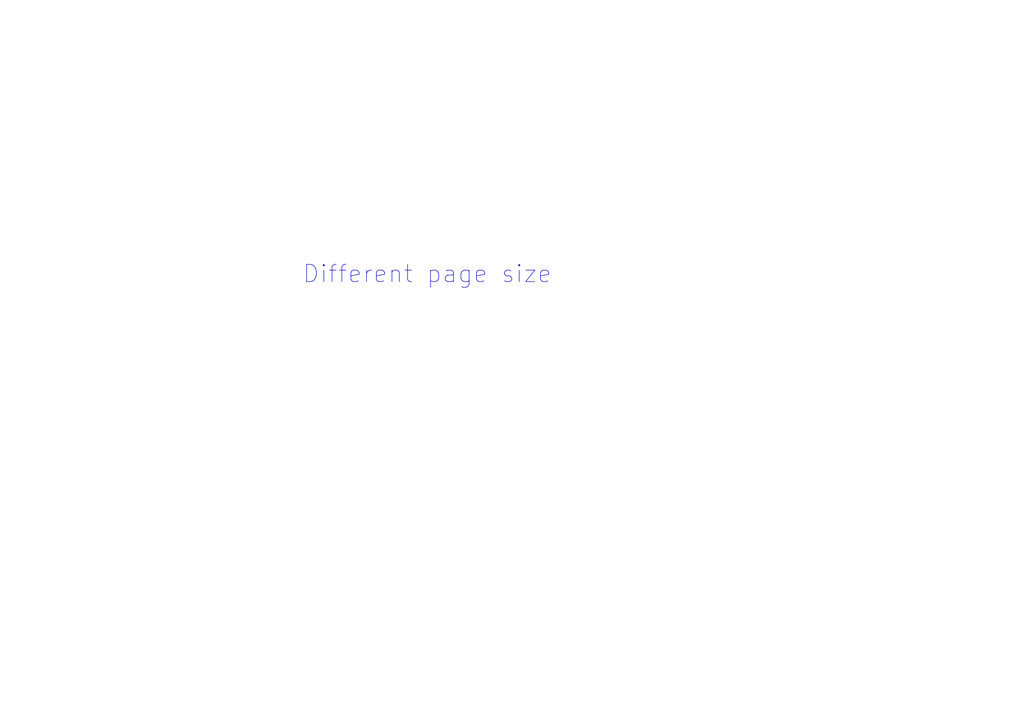
<source format=kicad_sch>
(kicad_sch (version 20211123) (generator eeschema)
  (paper "A4")
  (lib_symbols)
  (text "Different page size" (at 87.63 82.55 0) (effects (font (size 5 5)) (justify left bottom)))
)
</source>
